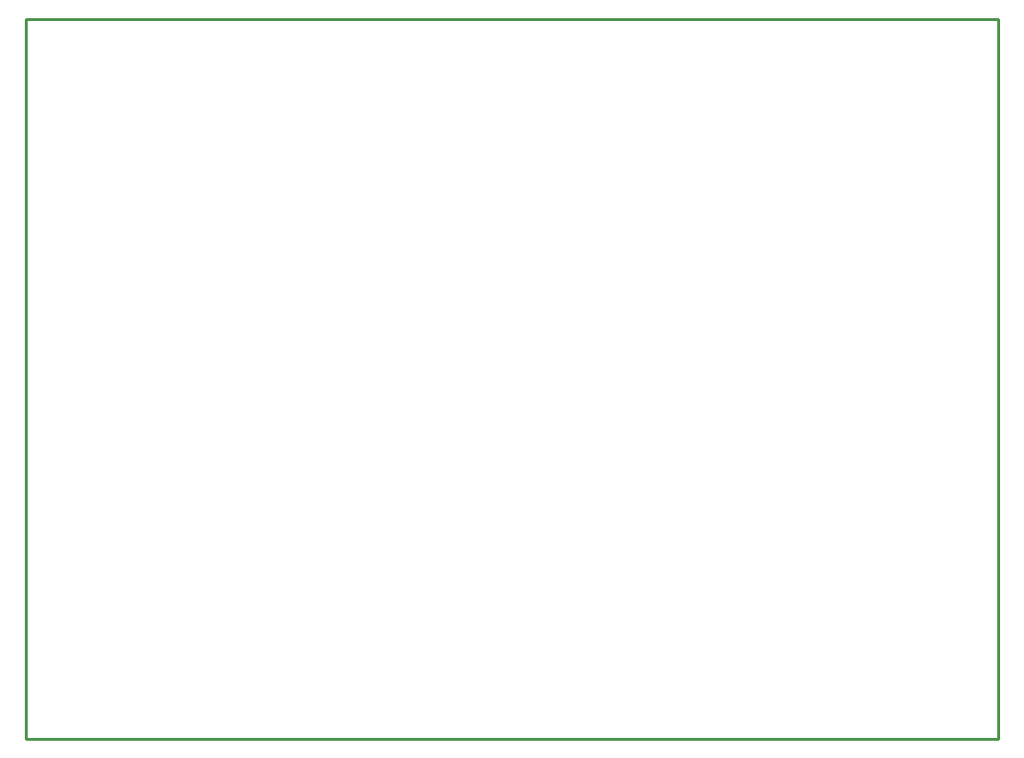
<source format=gko>
G04*
G04 #@! TF.GenerationSoftware,Altium Limited,Altium Designer,20.1.11 (218)*
G04*
G04 Layer_Color=16711935*
%FSLAX25Y25*%
%MOIN*%
G70*
G04*
G04 #@! TF.SameCoordinates,B66A225C-BE24-4516-9184-EBC19AA3E607*
G04*
G04*
G04 #@! TF.FilePolarity,Positive*
G04*
G01*
G75*
%ADD15C,0.01000*%
D15*
X-15550Y-15500D02*
X323450D01*
Y235450D01*
X-15550Y235450D02*
X323450D01*
X-15550Y-15500D02*
Y235450D01*
M02*

</source>
